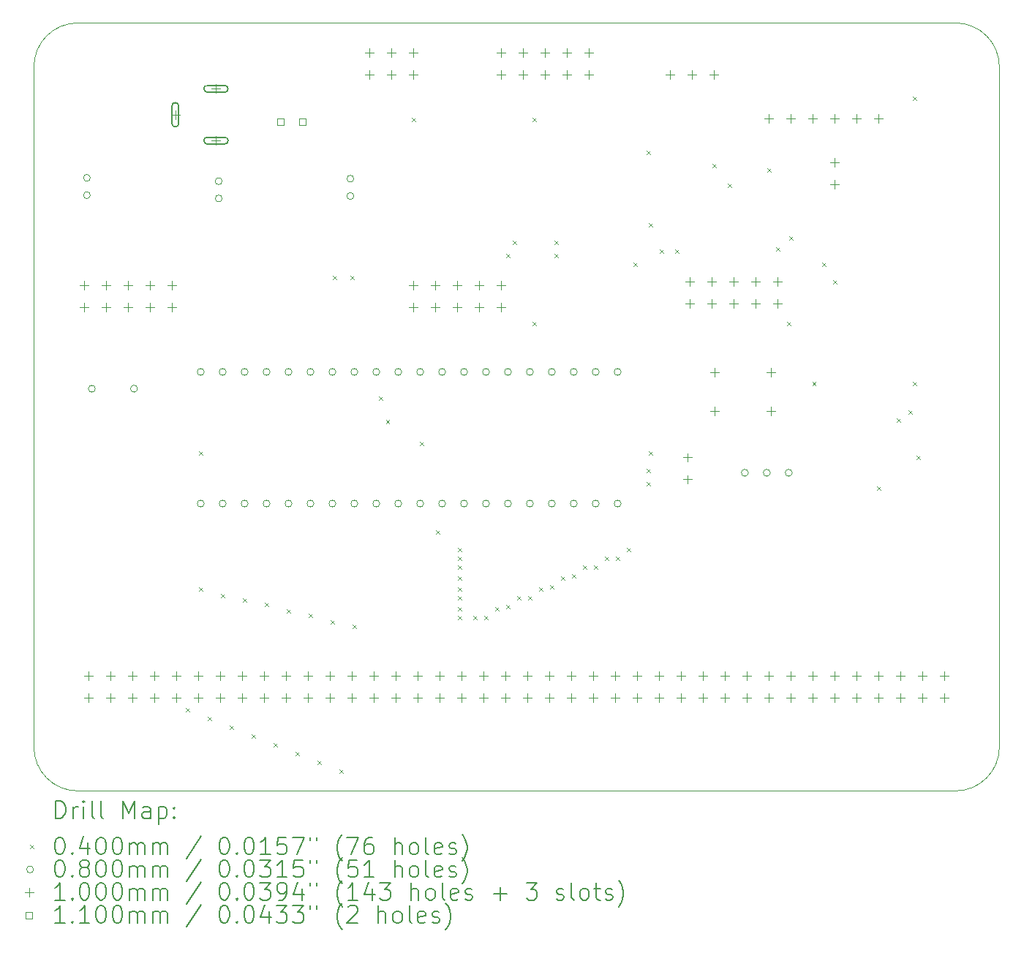
<source format=gbr>
%FSLAX45Y45*%
G04 Gerber Fmt 4.5, Leading zero omitted, Abs format (unit mm)*
G04 Created by KiCad (PCBNEW (6.0.0)) date 2022-08-18 21:59:38*
%MOMM*%
%LPD*%
G01*
G04 APERTURE LIST*
%TA.AperFunction,Profile*%
%ADD10C,0.100000*%
%TD*%
%ADD11C,0.200000*%
%ADD12C,0.040000*%
%ADD13C,0.080000*%
%ADD14C,0.100000*%
%ADD15C,0.110000*%
G04 APERTURE END LIST*
D10*
X16256000Y-4572000D02*
X16256000Y-12446000D01*
X15748000Y-12954000D02*
G75*
G03*
X16256000Y-12446000I0J508000D01*
G01*
X16256000Y-4572000D02*
G75*
G03*
X15748000Y-4064000I-508000J0D01*
G01*
X5080000Y-12446000D02*
G75*
G03*
X5588000Y-12954000I508000J0D01*
G01*
X5588000Y-4064000D02*
X15748000Y-4064000D01*
X5080000Y-12446000D02*
X5080000Y-12420600D01*
X5080000Y-12420600D02*
X5080000Y-4572000D01*
X5588000Y-4064000D02*
G75*
G03*
X5080000Y-4572000I0J-508000D01*
G01*
X15748000Y-12954000D02*
X5588000Y-12954000D01*
D11*
D12*
X6836451Y-11995749D02*
X6876451Y-12035749D01*
X6876451Y-11995749D02*
X6836451Y-12035749D01*
X6990400Y-10597200D02*
X7030400Y-10637200D01*
X7030400Y-10597200D02*
X6990400Y-10637200D01*
X6990900Y-9022900D02*
X7030900Y-9062900D01*
X7030900Y-9022900D02*
X6990900Y-9062900D01*
X7092000Y-12095800D02*
X7132000Y-12135800D01*
X7132000Y-12095800D02*
X7092000Y-12135800D01*
X7244400Y-10673400D02*
X7284400Y-10713400D01*
X7284400Y-10673400D02*
X7244400Y-10713400D01*
X7346000Y-12197400D02*
X7386000Y-12237400D01*
X7386000Y-12197400D02*
X7346000Y-12237400D01*
X7498400Y-10724200D02*
X7538400Y-10764200D01*
X7538400Y-10724200D02*
X7498400Y-10764200D01*
X7600000Y-12299000D02*
X7640000Y-12339000D01*
X7640000Y-12299000D02*
X7600000Y-12339000D01*
X7752400Y-10775000D02*
X7792400Y-10815000D01*
X7792400Y-10775000D02*
X7752400Y-10815000D01*
X7854000Y-12400600D02*
X7894000Y-12440600D01*
X7894000Y-12400600D02*
X7854000Y-12440600D01*
X8006400Y-10851200D02*
X8046400Y-10891200D01*
X8046400Y-10851200D02*
X8006400Y-10891200D01*
X8108000Y-12502200D02*
X8148000Y-12542200D01*
X8148000Y-12502200D02*
X8108000Y-12542200D01*
X8260400Y-10902000D02*
X8300400Y-10942000D01*
X8300400Y-10902000D02*
X8260400Y-10942000D01*
X8362000Y-12603800D02*
X8402000Y-12643800D01*
X8402000Y-12603800D02*
X8362000Y-12643800D01*
X8514400Y-10978200D02*
X8554400Y-11018200D01*
X8554400Y-10978200D02*
X8514400Y-11018200D01*
X8539800Y-6990400D02*
X8579800Y-7030400D01*
X8579800Y-6990400D02*
X8539800Y-7030400D01*
X8616000Y-12705400D02*
X8656000Y-12745400D01*
X8656000Y-12705400D02*
X8616000Y-12745400D01*
X8743000Y-6990400D02*
X8783000Y-7030400D01*
X8783000Y-6990400D02*
X8743000Y-7030400D01*
X8768400Y-11029000D02*
X8808400Y-11069000D01*
X8808400Y-11029000D02*
X8768400Y-11069000D01*
X9073200Y-8387400D02*
X9113200Y-8427400D01*
X9113200Y-8387400D02*
X9073200Y-8427400D01*
X9155049Y-8661151D02*
X9195049Y-8701151D01*
X9195049Y-8661151D02*
X9155049Y-8701151D01*
X9453700Y-5161100D02*
X9493700Y-5201100D01*
X9493700Y-5161100D02*
X9453700Y-5201100D01*
X9547449Y-8912449D02*
X9587449Y-8952449D01*
X9587449Y-8912449D02*
X9547449Y-8952449D01*
X9733600Y-9936800D02*
X9773600Y-9976800D01*
X9773600Y-9936800D02*
X9733600Y-9976800D01*
X9987600Y-10140000D02*
X10027600Y-10180000D01*
X10027600Y-10140000D02*
X9987600Y-10180000D01*
X9987600Y-10241600D02*
X10027600Y-10281600D01*
X10027600Y-10241600D02*
X9987600Y-10281600D01*
X9987600Y-10343200D02*
X10027600Y-10383200D01*
X10027600Y-10343200D02*
X9987600Y-10383200D01*
X9987600Y-10470200D02*
X10027600Y-10510200D01*
X10027600Y-10470200D02*
X9987600Y-10510200D01*
X9987600Y-10597200D02*
X10027600Y-10637200D01*
X10027600Y-10597200D02*
X9987600Y-10637200D01*
X9987600Y-10698800D02*
X10027600Y-10738800D01*
X10027600Y-10698800D02*
X9987600Y-10738800D01*
X9987600Y-10825800D02*
X10027600Y-10865800D01*
X10027600Y-10825800D02*
X9987600Y-10865800D01*
X9987600Y-10927400D02*
X10027600Y-10967400D01*
X10027600Y-10927400D02*
X9987600Y-10967400D01*
X10165400Y-10927400D02*
X10205400Y-10967400D01*
X10205400Y-10927400D02*
X10165400Y-10967400D01*
X10292900Y-10926900D02*
X10332900Y-10966900D01*
X10332900Y-10926900D02*
X10292900Y-10966900D01*
X10419400Y-10825800D02*
X10459400Y-10865800D01*
X10459400Y-10825800D02*
X10419400Y-10865800D01*
X10546400Y-6736400D02*
X10586400Y-6776400D01*
X10586400Y-6736400D02*
X10546400Y-6776400D01*
X10546900Y-10799900D02*
X10586900Y-10839900D01*
X10586900Y-10799900D02*
X10546900Y-10839900D01*
X10622600Y-6584000D02*
X10662600Y-6624000D01*
X10662600Y-6584000D02*
X10622600Y-6624000D01*
X10673400Y-10698800D02*
X10713400Y-10738800D01*
X10713400Y-10698800D02*
X10673400Y-10738800D01*
X10800900Y-10698300D02*
X10840900Y-10738300D01*
X10840900Y-10698300D02*
X10800900Y-10738300D01*
X10851200Y-7523800D02*
X10891200Y-7563800D01*
X10891200Y-7523800D02*
X10851200Y-7563800D01*
X10852749Y-5160051D02*
X10892749Y-5200051D01*
X10892749Y-5160051D02*
X10852749Y-5200051D01*
X10927400Y-10597200D02*
X10967400Y-10637200D01*
X10967400Y-10597200D02*
X10927400Y-10637200D01*
X11054900Y-10571300D02*
X11094900Y-10611300D01*
X11094900Y-10571300D02*
X11054900Y-10611300D01*
X11105200Y-6584000D02*
X11145200Y-6624000D01*
X11145200Y-6584000D02*
X11105200Y-6624000D01*
X11105200Y-6736400D02*
X11145200Y-6776400D01*
X11145200Y-6736400D02*
X11105200Y-6776400D01*
X11181400Y-10470200D02*
X11221400Y-10510200D01*
X11221400Y-10470200D02*
X11181400Y-10510200D01*
X11308900Y-10444300D02*
X11348900Y-10484300D01*
X11348900Y-10444300D02*
X11308900Y-10484300D01*
X11435400Y-10343200D02*
X11475400Y-10383200D01*
X11475400Y-10343200D02*
X11435400Y-10383200D01*
X11562900Y-10342700D02*
X11602900Y-10382700D01*
X11602900Y-10342700D02*
X11562900Y-10382700D01*
X11689400Y-10241600D02*
X11729400Y-10281600D01*
X11729400Y-10241600D02*
X11689400Y-10281600D01*
X11816900Y-10241100D02*
X11856900Y-10281100D01*
X11856900Y-10241100D02*
X11816900Y-10281100D01*
X11943400Y-10140000D02*
X11983400Y-10180000D01*
X11983400Y-10140000D02*
X11943400Y-10180000D01*
X12019600Y-6838000D02*
X12059600Y-6878000D01*
X12059600Y-6838000D02*
X12019600Y-6878000D01*
X12172000Y-5542600D02*
X12212000Y-5582600D01*
X12212000Y-5542600D02*
X12172000Y-5582600D01*
X12172000Y-9225600D02*
X12212000Y-9265600D01*
X12212000Y-9225600D02*
X12172000Y-9265600D01*
X12172000Y-9378000D02*
X12212000Y-9418000D01*
X12212000Y-9378000D02*
X12172000Y-9418000D01*
X12197400Y-6380800D02*
X12237400Y-6420800D01*
X12237400Y-6380800D02*
X12197400Y-6420800D01*
X12197400Y-9022400D02*
X12237400Y-9062400D01*
X12237400Y-9022400D02*
X12197400Y-9062400D01*
X12324400Y-6685600D02*
X12364400Y-6725600D01*
X12364400Y-6685600D02*
X12324400Y-6725600D01*
X12502200Y-6685600D02*
X12542200Y-6725600D01*
X12542200Y-6685600D02*
X12502200Y-6725600D01*
X12934000Y-5695000D02*
X12974000Y-5735000D01*
X12974000Y-5695000D02*
X12934000Y-5735000D01*
X13111800Y-5923600D02*
X13151800Y-5963600D01*
X13151800Y-5923600D02*
X13111800Y-5963600D01*
X13569000Y-5745800D02*
X13609000Y-5785800D01*
X13609000Y-5745800D02*
X13569000Y-5785800D01*
X13670600Y-6660200D02*
X13710600Y-6700200D01*
X13710600Y-6660200D02*
X13670600Y-6700200D01*
X13797600Y-7523800D02*
X13837600Y-7563800D01*
X13837600Y-7523800D02*
X13797600Y-7563800D01*
X13823000Y-6533200D02*
X13863000Y-6573200D01*
X13863000Y-6533200D02*
X13823000Y-6573200D01*
X14091596Y-8220404D02*
X14131596Y-8260404D01*
X14131596Y-8220404D02*
X14091596Y-8260404D01*
X14204000Y-6838000D02*
X14244000Y-6878000D01*
X14244000Y-6838000D02*
X14204000Y-6878000D01*
X14331500Y-7041700D02*
X14371500Y-7081700D01*
X14371500Y-7041700D02*
X14331500Y-7081700D01*
X14839500Y-9429300D02*
X14879500Y-9469300D01*
X14879500Y-9429300D02*
X14839500Y-9469300D01*
X15067600Y-8641400D02*
X15107600Y-8681400D01*
X15107600Y-8641400D02*
X15067600Y-8681400D01*
X15206248Y-8551448D02*
X15246248Y-8591448D01*
X15246248Y-8551448D02*
X15206248Y-8591448D01*
X15256703Y-4918903D02*
X15296703Y-4958903D01*
X15296703Y-4918903D02*
X15256703Y-4958903D01*
X15256703Y-8220903D02*
X15296703Y-8260903D01*
X15296703Y-8220903D02*
X15256703Y-8260903D01*
X15296200Y-9073200D02*
X15336200Y-9113200D01*
X15336200Y-9073200D02*
X15296200Y-9113200D01*
D13*
X5733550Y-5857200D02*
G75*
G03*
X5733550Y-5857200I-40000J0D01*
G01*
X5733550Y-6057200D02*
G75*
G03*
X5733550Y-6057200I-40000J0D01*
G01*
X5790700Y-8297950D02*
G75*
G03*
X5790700Y-8297950I-40000J0D01*
G01*
X6278700Y-8297950D02*
G75*
G03*
X6278700Y-8297950I-40000J0D01*
G01*
X7050900Y-8103100D02*
G75*
G03*
X7050900Y-8103100I-40000J0D01*
G01*
X7050900Y-9627100D02*
G75*
G03*
X7050900Y-9627100I-40000J0D01*
G01*
X7258950Y-5896000D02*
G75*
G03*
X7258950Y-5896000I-40000J0D01*
G01*
X7258950Y-6096000D02*
G75*
G03*
X7258950Y-6096000I-40000J0D01*
G01*
X7304900Y-8103100D02*
G75*
G03*
X7304900Y-8103100I-40000J0D01*
G01*
X7304900Y-9627100D02*
G75*
G03*
X7304900Y-9627100I-40000J0D01*
G01*
X7558900Y-8103100D02*
G75*
G03*
X7558900Y-8103100I-40000J0D01*
G01*
X7558900Y-9627100D02*
G75*
G03*
X7558900Y-9627100I-40000J0D01*
G01*
X7812900Y-8103100D02*
G75*
G03*
X7812900Y-8103100I-40000J0D01*
G01*
X7812900Y-9627100D02*
G75*
G03*
X7812900Y-9627100I-40000J0D01*
G01*
X8066900Y-8103100D02*
G75*
G03*
X8066900Y-8103100I-40000J0D01*
G01*
X8066900Y-9627100D02*
G75*
G03*
X8066900Y-9627100I-40000J0D01*
G01*
X8320900Y-8103100D02*
G75*
G03*
X8320900Y-8103100I-40000J0D01*
G01*
X8320900Y-9627100D02*
G75*
G03*
X8320900Y-9627100I-40000J0D01*
G01*
X8574900Y-8103100D02*
G75*
G03*
X8574900Y-8103100I-40000J0D01*
G01*
X8574900Y-9627100D02*
G75*
G03*
X8574900Y-9627100I-40000J0D01*
G01*
X8782950Y-5867400D02*
G75*
G03*
X8782950Y-5867400I-40000J0D01*
G01*
X8782950Y-6067400D02*
G75*
G03*
X8782950Y-6067400I-40000J0D01*
G01*
X8828900Y-8103100D02*
G75*
G03*
X8828900Y-8103100I-40000J0D01*
G01*
X8828900Y-9627100D02*
G75*
G03*
X8828900Y-9627100I-40000J0D01*
G01*
X9082900Y-8103100D02*
G75*
G03*
X9082900Y-8103100I-40000J0D01*
G01*
X9082900Y-9627100D02*
G75*
G03*
X9082900Y-9627100I-40000J0D01*
G01*
X9336900Y-8103100D02*
G75*
G03*
X9336900Y-8103100I-40000J0D01*
G01*
X9336900Y-9627100D02*
G75*
G03*
X9336900Y-9627100I-40000J0D01*
G01*
X9590900Y-8103100D02*
G75*
G03*
X9590900Y-8103100I-40000J0D01*
G01*
X9590900Y-9627100D02*
G75*
G03*
X9590900Y-9627100I-40000J0D01*
G01*
X9844900Y-8103100D02*
G75*
G03*
X9844900Y-8103100I-40000J0D01*
G01*
X9844900Y-9627100D02*
G75*
G03*
X9844900Y-9627100I-40000J0D01*
G01*
X10098900Y-8103100D02*
G75*
G03*
X10098900Y-8103100I-40000J0D01*
G01*
X10098900Y-9627100D02*
G75*
G03*
X10098900Y-9627100I-40000J0D01*
G01*
X10352900Y-8103100D02*
G75*
G03*
X10352900Y-8103100I-40000J0D01*
G01*
X10352900Y-9627100D02*
G75*
G03*
X10352900Y-9627100I-40000J0D01*
G01*
X10606900Y-8103100D02*
G75*
G03*
X10606900Y-8103100I-40000J0D01*
G01*
X10606900Y-9627100D02*
G75*
G03*
X10606900Y-9627100I-40000J0D01*
G01*
X10860900Y-8103100D02*
G75*
G03*
X10860900Y-8103100I-40000J0D01*
G01*
X10860900Y-9627100D02*
G75*
G03*
X10860900Y-9627100I-40000J0D01*
G01*
X11114900Y-8103100D02*
G75*
G03*
X11114900Y-8103100I-40000J0D01*
G01*
X11114900Y-9627100D02*
G75*
G03*
X11114900Y-9627100I-40000J0D01*
G01*
X11368900Y-8103100D02*
G75*
G03*
X11368900Y-8103100I-40000J0D01*
G01*
X11368900Y-9627100D02*
G75*
G03*
X11368900Y-9627100I-40000J0D01*
G01*
X11622900Y-8103100D02*
G75*
G03*
X11622900Y-8103100I-40000J0D01*
G01*
X11622900Y-9627100D02*
G75*
G03*
X11622900Y-9627100I-40000J0D01*
G01*
X11876900Y-8103100D02*
G75*
G03*
X11876900Y-8103100I-40000J0D01*
G01*
X11876900Y-9627100D02*
G75*
G03*
X11876900Y-9627100I-40000J0D01*
G01*
X13349600Y-9271000D02*
G75*
G03*
X13349600Y-9271000I-40000J0D01*
G01*
X13603600Y-9271000D02*
G75*
G03*
X13603600Y-9271000I-40000J0D01*
G01*
X13857600Y-9271000D02*
G75*
G03*
X13857600Y-9271000I-40000J0D01*
G01*
D14*
X5662700Y-7306400D02*
X5662700Y-7406400D01*
X5612700Y-7356400D02*
X5712700Y-7356400D01*
X5663200Y-7052400D02*
X5663200Y-7152400D01*
X5613200Y-7102400D02*
X5713200Y-7102400D01*
X5715500Y-11573600D02*
X5715500Y-11673600D01*
X5665500Y-11623600D02*
X5765500Y-11623600D01*
X5715500Y-11827600D02*
X5715500Y-11927600D01*
X5665500Y-11877600D02*
X5765500Y-11877600D01*
X5916700Y-7306400D02*
X5916700Y-7406400D01*
X5866700Y-7356400D02*
X5966700Y-7356400D01*
X5917200Y-7052400D02*
X5917200Y-7152400D01*
X5867200Y-7102400D02*
X5967200Y-7102400D01*
X5969500Y-11573600D02*
X5969500Y-11673600D01*
X5919500Y-11623600D02*
X6019500Y-11623600D01*
X5969500Y-11827600D02*
X5969500Y-11927600D01*
X5919500Y-11877600D02*
X6019500Y-11877600D01*
X6170700Y-7306400D02*
X6170700Y-7406400D01*
X6120700Y-7356400D02*
X6220700Y-7356400D01*
X6171200Y-7052400D02*
X6171200Y-7152400D01*
X6121200Y-7102400D02*
X6221200Y-7102400D01*
X6223500Y-11573600D02*
X6223500Y-11673600D01*
X6173500Y-11623600D02*
X6273500Y-11623600D01*
X6223500Y-11827600D02*
X6223500Y-11927600D01*
X6173500Y-11877600D02*
X6273500Y-11877600D01*
X6424700Y-7306400D02*
X6424700Y-7406400D01*
X6374700Y-7356400D02*
X6474700Y-7356400D01*
X6425200Y-7052400D02*
X6425200Y-7152400D01*
X6375200Y-7102400D02*
X6475200Y-7102400D01*
X6477500Y-11573600D02*
X6477500Y-11673600D01*
X6427500Y-11623600D02*
X6527500Y-11623600D01*
X6477500Y-11827600D02*
X6477500Y-11927600D01*
X6427500Y-11877600D02*
X6527500Y-11877600D01*
X6678700Y-7306400D02*
X6678700Y-7406400D01*
X6628700Y-7356400D02*
X6728700Y-7356400D01*
X6679200Y-7052400D02*
X6679200Y-7152400D01*
X6629200Y-7102400D02*
X6729200Y-7102400D01*
X6717700Y-5076000D02*
X6717700Y-5176000D01*
X6667700Y-5126000D02*
X6767700Y-5126000D01*
D11*
X6677700Y-5026000D02*
X6677700Y-5226000D01*
X6757700Y-5026000D02*
X6757700Y-5226000D01*
X6677700Y-5226000D02*
G75*
G03*
X6757700Y-5226000I40000J0D01*
G01*
X6757700Y-5026000D02*
G75*
G03*
X6677700Y-5026000I-40000J0D01*
G01*
D14*
X6731500Y-11573600D02*
X6731500Y-11673600D01*
X6681500Y-11623600D02*
X6781500Y-11623600D01*
X6731500Y-11827600D02*
X6731500Y-11927600D01*
X6681500Y-11877600D02*
X6781500Y-11877600D01*
X6985500Y-11573600D02*
X6985500Y-11673600D01*
X6935500Y-11623600D02*
X7035500Y-11623600D01*
X6985500Y-11827600D02*
X6985500Y-11927600D01*
X6935500Y-11877600D02*
X7035500Y-11877600D01*
X7187700Y-4776000D02*
X7187700Y-4876000D01*
X7137700Y-4826000D02*
X7237700Y-4826000D01*
D11*
X7287700Y-4786000D02*
X7087700Y-4786000D01*
X7287700Y-4866000D02*
X7087700Y-4866000D01*
X7087700Y-4786000D02*
G75*
G03*
X7087700Y-4866000I0J-40000D01*
G01*
X7287700Y-4866000D02*
G75*
G03*
X7287700Y-4786000I0J40000D01*
G01*
D14*
X7187700Y-5376000D02*
X7187700Y-5476000D01*
X7137700Y-5426000D02*
X7237700Y-5426000D01*
D11*
X7287700Y-5386000D02*
X7087700Y-5386000D01*
X7287700Y-5466000D02*
X7087700Y-5466000D01*
X7087700Y-5386000D02*
G75*
G03*
X7087700Y-5466000I0J-40000D01*
G01*
X7287700Y-5466000D02*
G75*
G03*
X7287700Y-5386000I0J40000D01*
G01*
D14*
X7239500Y-11573600D02*
X7239500Y-11673600D01*
X7189500Y-11623600D02*
X7289500Y-11623600D01*
X7239500Y-11827600D02*
X7239500Y-11927600D01*
X7189500Y-11877600D02*
X7289500Y-11877600D01*
X7493500Y-11573600D02*
X7493500Y-11673600D01*
X7443500Y-11623600D02*
X7543500Y-11623600D01*
X7493500Y-11827600D02*
X7493500Y-11927600D01*
X7443500Y-11877600D02*
X7543500Y-11877600D01*
X7747500Y-11573600D02*
X7747500Y-11673600D01*
X7697500Y-11623600D02*
X7797500Y-11623600D01*
X7747500Y-11827600D02*
X7747500Y-11927600D01*
X7697500Y-11877600D02*
X7797500Y-11877600D01*
X8001500Y-11573600D02*
X8001500Y-11673600D01*
X7951500Y-11623600D02*
X8051500Y-11623600D01*
X8001500Y-11827600D02*
X8001500Y-11927600D01*
X7951500Y-11877600D02*
X8051500Y-11877600D01*
X8255500Y-11573600D02*
X8255500Y-11673600D01*
X8205500Y-11623600D02*
X8305500Y-11623600D01*
X8255500Y-11827600D02*
X8255500Y-11927600D01*
X8205500Y-11877600D02*
X8305500Y-11877600D01*
X8509500Y-11573600D02*
X8509500Y-11673600D01*
X8459500Y-11623600D02*
X8559500Y-11623600D01*
X8509500Y-11827600D02*
X8509500Y-11927600D01*
X8459500Y-11877600D02*
X8559500Y-11877600D01*
X8763500Y-11573600D02*
X8763500Y-11673600D01*
X8713500Y-11623600D02*
X8813500Y-11623600D01*
X8763500Y-11827600D02*
X8763500Y-11927600D01*
X8713500Y-11877600D02*
X8813500Y-11877600D01*
X8965700Y-4360000D02*
X8965700Y-4460000D01*
X8915700Y-4410000D02*
X9015700Y-4410000D01*
X8965700Y-4614000D02*
X8965700Y-4714000D01*
X8915700Y-4664000D02*
X9015700Y-4664000D01*
X9017500Y-11573600D02*
X9017500Y-11673600D01*
X8967500Y-11623600D02*
X9067500Y-11623600D01*
X9017500Y-11827600D02*
X9017500Y-11927600D01*
X8967500Y-11877600D02*
X9067500Y-11877600D01*
X9219700Y-4360000D02*
X9219700Y-4460000D01*
X9169700Y-4410000D02*
X9269700Y-4410000D01*
X9219700Y-4614000D02*
X9219700Y-4714000D01*
X9169700Y-4664000D02*
X9269700Y-4664000D01*
X9271500Y-11573600D02*
X9271500Y-11673600D01*
X9221500Y-11623600D02*
X9321500Y-11623600D01*
X9271500Y-11827600D02*
X9271500Y-11927600D01*
X9221500Y-11877600D02*
X9321500Y-11877600D01*
X9473700Y-4360000D02*
X9473700Y-4460000D01*
X9423700Y-4410000D02*
X9523700Y-4410000D01*
X9473700Y-4614000D02*
X9473700Y-4714000D01*
X9423700Y-4664000D02*
X9523700Y-4664000D01*
X9474200Y-7052400D02*
X9474200Y-7152400D01*
X9424200Y-7102400D02*
X9524200Y-7102400D01*
X9474200Y-7306400D02*
X9474200Y-7406400D01*
X9424200Y-7356400D02*
X9524200Y-7356400D01*
X9525500Y-11573600D02*
X9525500Y-11673600D01*
X9475500Y-11623600D02*
X9575500Y-11623600D01*
X9525500Y-11827600D02*
X9525500Y-11927600D01*
X9475500Y-11877600D02*
X9575500Y-11877600D01*
X9728200Y-7052400D02*
X9728200Y-7152400D01*
X9678200Y-7102400D02*
X9778200Y-7102400D01*
X9728200Y-7306400D02*
X9728200Y-7406400D01*
X9678200Y-7356400D02*
X9778200Y-7356400D01*
X9779500Y-11573600D02*
X9779500Y-11673600D01*
X9729500Y-11623600D02*
X9829500Y-11623600D01*
X9779500Y-11827600D02*
X9779500Y-11927600D01*
X9729500Y-11877600D02*
X9829500Y-11877600D01*
X9982200Y-7052400D02*
X9982200Y-7152400D01*
X9932200Y-7102400D02*
X10032200Y-7102400D01*
X9982200Y-7306400D02*
X9982200Y-7406400D01*
X9932200Y-7356400D02*
X10032200Y-7356400D01*
X10033500Y-11573600D02*
X10033500Y-11673600D01*
X9983500Y-11623600D02*
X10083500Y-11623600D01*
X10033500Y-11827600D02*
X10033500Y-11927600D01*
X9983500Y-11877600D02*
X10083500Y-11877600D01*
X10236200Y-7052400D02*
X10236200Y-7152400D01*
X10186200Y-7102400D02*
X10286200Y-7102400D01*
X10236200Y-7306400D02*
X10236200Y-7406400D01*
X10186200Y-7356400D02*
X10286200Y-7356400D01*
X10287500Y-11573600D02*
X10287500Y-11673600D01*
X10237500Y-11623600D02*
X10337500Y-11623600D01*
X10287500Y-11827600D02*
X10287500Y-11927600D01*
X10237500Y-11877600D02*
X10337500Y-11877600D01*
X10489700Y-4360000D02*
X10489700Y-4460000D01*
X10439700Y-4410000D02*
X10539700Y-4410000D01*
X10489700Y-4614000D02*
X10489700Y-4714000D01*
X10439700Y-4664000D02*
X10539700Y-4664000D01*
X10490200Y-7052400D02*
X10490200Y-7152400D01*
X10440200Y-7102400D02*
X10540200Y-7102400D01*
X10490200Y-7306400D02*
X10490200Y-7406400D01*
X10440200Y-7356400D02*
X10540200Y-7356400D01*
X10541500Y-11573600D02*
X10541500Y-11673600D01*
X10491500Y-11623600D02*
X10591500Y-11623600D01*
X10541500Y-11827600D02*
X10541500Y-11927600D01*
X10491500Y-11877600D02*
X10591500Y-11877600D01*
X10743700Y-4360000D02*
X10743700Y-4460000D01*
X10693700Y-4410000D02*
X10793700Y-4410000D01*
X10743700Y-4614000D02*
X10743700Y-4714000D01*
X10693700Y-4664000D02*
X10793700Y-4664000D01*
X10795500Y-11573600D02*
X10795500Y-11673600D01*
X10745500Y-11623600D02*
X10845500Y-11623600D01*
X10795500Y-11827600D02*
X10795500Y-11927600D01*
X10745500Y-11877600D02*
X10845500Y-11877600D01*
X10997700Y-4360000D02*
X10997700Y-4460000D01*
X10947700Y-4410000D02*
X11047700Y-4410000D01*
X10997700Y-4614000D02*
X10997700Y-4714000D01*
X10947700Y-4664000D02*
X11047700Y-4664000D01*
X11049500Y-11573600D02*
X11049500Y-11673600D01*
X10999500Y-11623600D02*
X11099500Y-11623600D01*
X11049500Y-11827600D02*
X11049500Y-11927600D01*
X10999500Y-11877600D02*
X11099500Y-11877600D01*
X11251700Y-4360000D02*
X11251700Y-4460000D01*
X11201700Y-4410000D02*
X11301700Y-4410000D01*
X11251700Y-4614000D02*
X11251700Y-4714000D01*
X11201700Y-4664000D02*
X11301700Y-4664000D01*
X11303500Y-11573600D02*
X11303500Y-11673600D01*
X11253500Y-11623600D02*
X11353500Y-11623600D01*
X11303500Y-11827600D02*
X11303500Y-11927600D01*
X11253500Y-11877600D02*
X11353500Y-11877600D01*
X11505700Y-4360000D02*
X11505700Y-4460000D01*
X11455700Y-4410000D02*
X11555700Y-4410000D01*
X11505700Y-4614000D02*
X11505700Y-4714000D01*
X11455700Y-4664000D02*
X11555700Y-4664000D01*
X11557500Y-11573600D02*
X11557500Y-11673600D01*
X11507500Y-11623600D02*
X11607500Y-11623600D01*
X11557500Y-11827600D02*
X11557500Y-11927600D01*
X11507500Y-11877600D02*
X11607500Y-11877600D01*
X11811500Y-11573600D02*
X11811500Y-11673600D01*
X11761500Y-11623600D02*
X11861500Y-11623600D01*
X11811500Y-11827600D02*
X11811500Y-11927600D01*
X11761500Y-11877600D02*
X11861500Y-11877600D01*
X12065500Y-11573600D02*
X12065500Y-11673600D01*
X12015500Y-11623600D02*
X12115500Y-11623600D01*
X12065500Y-11827600D02*
X12065500Y-11927600D01*
X12015500Y-11877600D02*
X12115500Y-11877600D01*
X12319500Y-11573600D02*
X12319500Y-11673600D01*
X12269500Y-11623600D02*
X12369500Y-11623600D01*
X12319500Y-11827600D02*
X12319500Y-11927600D01*
X12269500Y-11877600D02*
X12369500Y-11877600D01*
X12446000Y-4614000D02*
X12446000Y-4714000D01*
X12396000Y-4664000D02*
X12496000Y-4664000D01*
X12573500Y-11573600D02*
X12573500Y-11673600D01*
X12523500Y-11623600D02*
X12623500Y-11623600D01*
X12573500Y-11827600D02*
X12573500Y-11927600D01*
X12523500Y-11877600D02*
X12623500Y-11877600D01*
X12649200Y-9043700D02*
X12649200Y-9143700D01*
X12599200Y-9093700D02*
X12699200Y-9093700D01*
X12649200Y-9297700D02*
X12649200Y-9397700D01*
X12599200Y-9347700D02*
X12699200Y-9347700D01*
X12674100Y-7265450D02*
X12674100Y-7365450D01*
X12624100Y-7315450D02*
X12724100Y-7315450D01*
X12674600Y-7011450D02*
X12674600Y-7111450D01*
X12624600Y-7061450D02*
X12724600Y-7061450D01*
X12700000Y-4614000D02*
X12700000Y-4714000D01*
X12650000Y-4664000D02*
X12750000Y-4664000D01*
X12827500Y-11573600D02*
X12827500Y-11673600D01*
X12777500Y-11623600D02*
X12877500Y-11623600D01*
X12827500Y-11827600D02*
X12827500Y-11927600D01*
X12777500Y-11877600D02*
X12877500Y-11877600D01*
X12928100Y-7265450D02*
X12928100Y-7365450D01*
X12878100Y-7315450D02*
X12978100Y-7315450D01*
X12928600Y-7011450D02*
X12928600Y-7111450D01*
X12878600Y-7061450D02*
X12978600Y-7061450D01*
X12954000Y-4614000D02*
X12954000Y-4714000D01*
X12904000Y-4664000D02*
X13004000Y-4664000D01*
X12959200Y-8056200D02*
X12959200Y-8156200D01*
X12909200Y-8106200D02*
X13009200Y-8106200D01*
X12959200Y-8506200D02*
X12959200Y-8606200D01*
X12909200Y-8556200D02*
X13009200Y-8556200D01*
X13081500Y-11573600D02*
X13081500Y-11673600D01*
X13031500Y-11623600D02*
X13131500Y-11623600D01*
X13081500Y-11827600D02*
X13081500Y-11927600D01*
X13031500Y-11877600D02*
X13131500Y-11877600D01*
X13182100Y-7265450D02*
X13182100Y-7365450D01*
X13132100Y-7315450D02*
X13232100Y-7315450D01*
X13182600Y-7011450D02*
X13182600Y-7111450D01*
X13132600Y-7061450D02*
X13232600Y-7061450D01*
X13335500Y-11573600D02*
X13335500Y-11673600D01*
X13285500Y-11623600D02*
X13385500Y-11623600D01*
X13335500Y-11827600D02*
X13335500Y-11927600D01*
X13285500Y-11877600D02*
X13385500Y-11877600D01*
X13436100Y-7265450D02*
X13436100Y-7365450D01*
X13386100Y-7315450D02*
X13486100Y-7315450D01*
X13436600Y-7011450D02*
X13436600Y-7111450D01*
X13386600Y-7061450D02*
X13486600Y-7061450D01*
X13589000Y-5122000D02*
X13589000Y-5222000D01*
X13539000Y-5172000D02*
X13639000Y-5172000D01*
X13589500Y-11573600D02*
X13589500Y-11673600D01*
X13539500Y-11623600D02*
X13639500Y-11623600D01*
X13589500Y-11827600D02*
X13589500Y-11927600D01*
X13539500Y-11877600D02*
X13639500Y-11877600D01*
X13609200Y-8056200D02*
X13609200Y-8156200D01*
X13559200Y-8106200D02*
X13659200Y-8106200D01*
X13609200Y-8506200D02*
X13609200Y-8606200D01*
X13559200Y-8556200D02*
X13659200Y-8556200D01*
X13690100Y-7265450D02*
X13690100Y-7365450D01*
X13640100Y-7315450D02*
X13740100Y-7315450D01*
X13690600Y-7011450D02*
X13690600Y-7111450D01*
X13640600Y-7061450D02*
X13740600Y-7061450D01*
X13843000Y-5122000D02*
X13843000Y-5222000D01*
X13793000Y-5172000D02*
X13893000Y-5172000D01*
X13843500Y-11573600D02*
X13843500Y-11673600D01*
X13793500Y-11623600D02*
X13893500Y-11623600D01*
X13843500Y-11827600D02*
X13843500Y-11927600D01*
X13793500Y-11877600D02*
X13893500Y-11877600D01*
X14097000Y-5122000D02*
X14097000Y-5222000D01*
X14047000Y-5172000D02*
X14147000Y-5172000D01*
X14097500Y-11573600D02*
X14097500Y-11673600D01*
X14047500Y-11623600D02*
X14147500Y-11623600D01*
X14097500Y-11827600D02*
X14097500Y-11927600D01*
X14047500Y-11877600D02*
X14147500Y-11877600D01*
X14351000Y-5122000D02*
X14351000Y-5222000D01*
X14301000Y-5172000D02*
X14401000Y-5172000D01*
X14351000Y-5630000D02*
X14351000Y-5730000D01*
X14301000Y-5680000D02*
X14401000Y-5680000D01*
X14351000Y-5884000D02*
X14351000Y-5984000D01*
X14301000Y-5934000D02*
X14401000Y-5934000D01*
X14351500Y-11573600D02*
X14351500Y-11673600D01*
X14301500Y-11623600D02*
X14401500Y-11623600D01*
X14351500Y-11827600D02*
X14351500Y-11927600D01*
X14301500Y-11877600D02*
X14401500Y-11877600D01*
X14605000Y-5122000D02*
X14605000Y-5222000D01*
X14555000Y-5172000D02*
X14655000Y-5172000D01*
X14605500Y-11573600D02*
X14605500Y-11673600D01*
X14555500Y-11623600D02*
X14655500Y-11623600D01*
X14605500Y-11827600D02*
X14605500Y-11927600D01*
X14555500Y-11877600D02*
X14655500Y-11877600D01*
X14859000Y-5122000D02*
X14859000Y-5222000D01*
X14809000Y-5172000D02*
X14909000Y-5172000D01*
X14859500Y-11573600D02*
X14859500Y-11673600D01*
X14809500Y-11623600D02*
X14909500Y-11623600D01*
X14859500Y-11827600D02*
X14859500Y-11927600D01*
X14809500Y-11877600D02*
X14909500Y-11877600D01*
X15113500Y-11573600D02*
X15113500Y-11673600D01*
X15063500Y-11623600D02*
X15163500Y-11623600D01*
X15113500Y-11827600D02*
X15113500Y-11927600D01*
X15063500Y-11877600D02*
X15163500Y-11877600D01*
X15367500Y-11573600D02*
X15367500Y-11673600D01*
X15317500Y-11623600D02*
X15417500Y-11623600D01*
X15367500Y-11827600D02*
X15367500Y-11927600D01*
X15317500Y-11877600D02*
X15417500Y-11877600D01*
X15621500Y-11573600D02*
X15621500Y-11673600D01*
X15571500Y-11623600D02*
X15671500Y-11623600D01*
X15621500Y-11827600D02*
X15621500Y-11927600D01*
X15571500Y-11877600D02*
X15671500Y-11877600D01*
D15*
X7974618Y-5245891D02*
X7974618Y-5168109D01*
X7896835Y-5168109D01*
X7896835Y-5245891D01*
X7974618Y-5245891D01*
X8228618Y-5245891D02*
X8228618Y-5168109D01*
X8150835Y-5168109D01*
X8150835Y-5245891D01*
X8228618Y-5245891D01*
D11*
X5332619Y-13269476D02*
X5332619Y-13069476D01*
X5380238Y-13069476D01*
X5408810Y-13079000D01*
X5427857Y-13098048D01*
X5437381Y-13117095D01*
X5446905Y-13155190D01*
X5446905Y-13183762D01*
X5437381Y-13221857D01*
X5427857Y-13240905D01*
X5408810Y-13259952D01*
X5380238Y-13269476D01*
X5332619Y-13269476D01*
X5532619Y-13269476D02*
X5532619Y-13136143D01*
X5532619Y-13174238D02*
X5542143Y-13155190D01*
X5551667Y-13145667D01*
X5570714Y-13136143D01*
X5589762Y-13136143D01*
X5656428Y-13269476D02*
X5656428Y-13136143D01*
X5656428Y-13069476D02*
X5646905Y-13079000D01*
X5656428Y-13088524D01*
X5665952Y-13079000D01*
X5656428Y-13069476D01*
X5656428Y-13088524D01*
X5780238Y-13269476D02*
X5761190Y-13259952D01*
X5751667Y-13240905D01*
X5751667Y-13069476D01*
X5885000Y-13269476D02*
X5865952Y-13259952D01*
X5856428Y-13240905D01*
X5856428Y-13069476D01*
X6113571Y-13269476D02*
X6113571Y-13069476D01*
X6180238Y-13212333D01*
X6246905Y-13069476D01*
X6246905Y-13269476D01*
X6427857Y-13269476D02*
X6427857Y-13164714D01*
X6418333Y-13145667D01*
X6399286Y-13136143D01*
X6361190Y-13136143D01*
X6342143Y-13145667D01*
X6427857Y-13259952D02*
X6408809Y-13269476D01*
X6361190Y-13269476D01*
X6342143Y-13259952D01*
X6332619Y-13240905D01*
X6332619Y-13221857D01*
X6342143Y-13202809D01*
X6361190Y-13193286D01*
X6408809Y-13193286D01*
X6427857Y-13183762D01*
X6523095Y-13136143D02*
X6523095Y-13336143D01*
X6523095Y-13145667D02*
X6542143Y-13136143D01*
X6580238Y-13136143D01*
X6599286Y-13145667D01*
X6608809Y-13155190D01*
X6618333Y-13174238D01*
X6618333Y-13231381D01*
X6608809Y-13250428D01*
X6599286Y-13259952D01*
X6580238Y-13269476D01*
X6542143Y-13269476D01*
X6523095Y-13259952D01*
X6704048Y-13250428D02*
X6713571Y-13259952D01*
X6704048Y-13269476D01*
X6694524Y-13259952D01*
X6704048Y-13250428D01*
X6704048Y-13269476D01*
X6704048Y-13145667D02*
X6713571Y-13155190D01*
X6704048Y-13164714D01*
X6694524Y-13155190D01*
X6704048Y-13145667D01*
X6704048Y-13164714D01*
D12*
X5035000Y-13579000D02*
X5075000Y-13619000D01*
X5075000Y-13579000D02*
X5035000Y-13619000D01*
D11*
X5370714Y-13489476D02*
X5389762Y-13489476D01*
X5408810Y-13499000D01*
X5418333Y-13508524D01*
X5427857Y-13527571D01*
X5437381Y-13565667D01*
X5437381Y-13613286D01*
X5427857Y-13651381D01*
X5418333Y-13670428D01*
X5408810Y-13679952D01*
X5389762Y-13689476D01*
X5370714Y-13689476D01*
X5351667Y-13679952D01*
X5342143Y-13670428D01*
X5332619Y-13651381D01*
X5323095Y-13613286D01*
X5323095Y-13565667D01*
X5332619Y-13527571D01*
X5342143Y-13508524D01*
X5351667Y-13499000D01*
X5370714Y-13489476D01*
X5523095Y-13670428D02*
X5532619Y-13679952D01*
X5523095Y-13689476D01*
X5513571Y-13679952D01*
X5523095Y-13670428D01*
X5523095Y-13689476D01*
X5704048Y-13556143D02*
X5704048Y-13689476D01*
X5656428Y-13479952D02*
X5608809Y-13622809D01*
X5732619Y-13622809D01*
X5846905Y-13489476D02*
X5865952Y-13489476D01*
X5885000Y-13499000D01*
X5894524Y-13508524D01*
X5904048Y-13527571D01*
X5913571Y-13565667D01*
X5913571Y-13613286D01*
X5904048Y-13651381D01*
X5894524Y-13670428D01*
X5885000Y-13679952D01*
X5865952Y-13689476D01*
X5846905Y-13689476D01*
X5827857Y-13679952D01*
X5818333Y-13670428D01*
X5808809Y-13651381D01*
X5799286Y-13613286D01*
X5799286Y-13565667D01*
X5808809Y-13527571D01*
X5818333Y-13508524D01*
X5827857Y-13499000D01*
X5846905Y-13489476D01*
X6037381Y-13489476D02*
X6056428Y-13489476D01*
X6075476Y-13499000D01*
X6085000Y-13508524D01*
X6094524Y-13527571D01*
X6104048Y-13565667D01*
X6104048Y-13613286D01*
X6094524Y-13651381D01*
X6085000Y-13670428D01*
X6075476Y-13679952D01*
X6056428Y-13689476D01*
X6037381Y-13689476D01*
X6018333Y-13679952D01*
X6008809Y-13670428D01*
X5999286Y-13651381D01*
X5989762Y-13613286D01*
X5989762Y-13565667D01*
X5999286Y-13527571D01*
X6008809Y-13508524D01*
X6018333Y-13499000D01*
X6037381Y-13489476D01*
X6189762Y-13689476D02*
X6189762Y-13556143D01*
X6189762Y-13575190D02*
X6199286Y-13565667D01*
X6218333Y-13556143D01*
X6246905Y-13556143D01*
X6265952Y-13565667D01*
X6275476Y-13584714D01*
X6275476Y-13689476D01*
X6275476Y-13584714D02*
X6285000Y-13565667D01*
X6304048Y-13556143D01*
X6332619Y-13556143D01*
X6351667Y-13565667D01*
X6361190Y-13584714D01*
X6361190Y-13689476D01*
X6456428Y-13689476D02*
X6456428Y-13556143D01*
X6456428Y-13575190D02*
X6465952Y-13565667D01*
X6485000Y-13556143D01*
X6513571Y-13556143D01*
X6532619Y-13565667D01*
X6542143Y-13584714D01*
X6542143Y-13689476D01*
X6542143Y-13584714D02*
X6551667Y-13565667D01*
X6570714Y-13556143D01*
X6599286Y-13556143D01*
X6618333Y-13565667D01*
X6627857Y-13584714D01*
X6627857Y-13689476D01*
X7018333Y-13479952D02*
X6846905Y-13737095D01*
X7275476Y-13489476D02*
X7294524Y-13489476D01*
X7313571Y-13499000D01*
X7323095Y-13508524D01*
X7332619Y-13527571D01*
X7342143Y-13565667D01*
X7342143Y-13613286D01*
X7332619Y-13651381D01*
X7323095Y-13670428D01*
X7313571Y-13679952D01*
X7294524Y-13689476D01*
X7275476Y-13689476D01*
X7256428Y-13679952D01*
X7246905Y-13670428D01*
X7237381Y-13651381D01*
X7227857Y-13613286D01*
X7227857Y-13565667D01*
X7237381Y-13527571D01*
X7246905Y-13508524D01*
X7256428Y-13499000D01*
X7275476Y-13489476D01*
X7427857Y-13670428D02*
X7437381Y-13679952D01*
X7427857Y-13689476D01*
X7418333Y-13679952D01*
X7427857Y-13670428D01*
X7427857Y-13689476D01*
X7561190Y-13489476D02*
X7580238Y-13489476D01*
X7599286Y-13499000D01*
X7608809Y-13508524D01*
X7618333Y-13527571D01*
X7627857Y-13565667D01*
X7627857Y-13613286D01*
X7618333Y-13651381D01*
X7608809Y-13670428D01*
X7599286Y-13679952D01*
X7580238Y-13689476D01*
X7561190Y-13689476D01*
X7542143Y-13679952D01*
X7532619Y-13670428D01*
X7523095Y-13651381D01*
X7513571Y-13613286D01*
X7513571Y-13565667D01*
X7523095Y-13527571D01*
X7532619Y-13508524D01*
X7542143Y-13499000D01*
X7561190Y-13489476D01*
X7818333Y-13689476D02*
X7704048Y-13689476D01*
X7761190Y-13689476D02*
X7761190Y-13489476D01*
X7742143Y-13518048D01*
X7723095Y-13537095D01*
X7704048Y-13546619D01*
X7999286Y-13489476D02*
X7904048Y-13489476D01*
X7894524Y-13584714D01*
X7904048Y-13575190D01*
X7923095Y-13565667D01*
X7970714Y-13565667D01*
X7989762Y-13575190D01*
X7999286Y-13584714D01*
X8008809Y-13603762D01*
X8008809Y-13651381D01*
X7999286Y-13670428D01*
X7989762Y-13679952D01*
X7970714Y-13689476D01*
X7923095Y-13689476D01*
X7904048Y-13679952D01*
X7894524Y-13670428D01*
X8075476Y-13489476D02*
X8208809Y-13489476D01*
X8123095Y-13689476D01*
X8275476Y-13489476D02*
X8275476Y-13527571D01*
X8351667Y-13489476D02*
X8351667Y-13527571D01*
X8646905Y-13765667D02*
X8637381Y-13756143D01*
X8618333Y-13727571D01*
X8608810Y-13708524D01*
X8599286Y-13679952D01*
X8589762Y-13632333D01*
X8589762Y-13594238D01*
X8599286Y-13546619D01*
X8608810Y-13518048D01*
X8618333Y-13499000D01*
X8637381Y-13470428D01*
X8646905Y-13460905D01*
X8704048Y-13489476D02*
X8837381Y-13489476D01*
X8751667Y-13689476D01*
X8999286Y-13489476D02*
X8961190Y-13489476D01*
X8942143Y-13499000D01*
X8932619Y-13508524D01*
X8913571Y-13537095D01*
X8904048Y-13575190D01*
X8904048Y-13651381D01*
X8913571Y-13670428D01*
X8923095Y-13679952D01*
X8942143Y-13689476D01*
X8980238Y-13689476D01*
X8999286Y-13679952D01*
X9008810Y-13670428D01*
X9018333Y-13651381D01*
X9018333Y-13603762D01*
X9008810Y-13584714D01*
X8999286Y-13575190D01*
X8980238Y-13565667D01*
X8942143Y-13565667D01*
X8923095Y-13575190D01*
X8913571Y-13584714D01*
X8904048Y-13603762D01*
X9256429Y-13689476D02*
X9256429Y-13489476D01*
X9342143Y-13689476D02*
X9342143Y-13584714D01*
X9332619Y-13565667D01*
X9313571Y-13556143D01*
X9285000Y-13556143D01*
X9265952Y-13565667D01*
X9256429Y-13575190D01*
X9465952Y-13689476D02*
X9446905Y-13679952D01*
X9437381Y-13670428D01*
X9427857Y-13651381D01*
X9427857Y-13594238D01*
X9437381Y-13575190D01*
X9446905Y-13565667D01*
X9465952Y-13556143D01*
X9494524Y-13556143D01*
X9513571Y-13565667D01*
X9523095Y-13575190D01*
X9532619Y-13594238D01*
X9532619Y-13651381D01*
X9523095Y-13670428D01*
X9513571Y-13679952D01*
X9494524Y-13689476D01*
X9465952Y-13689476D01*
X9646905Y-13689476D02*
X9627857Y-13679952D01*
X9618333Y-13660905D01*
X9618333Y-13489476D01*
X9799286Y-13679952D02*
X9780238Y-13689476D01*
X9742143Y-13689476D01*
X9723095Y-13679952D01*
X9713571Y-13660905D01*
X9713571Y-13584714D01*
X9723095Y-13565667D01*
X9742143Y-13556143D01*
X9780238Y-13556143D01*
X9799286Y-13565667D01*
X9808810Y-13584714D01*
X9808810Y-13603762D01*
X9713571Y-13622809D01*
X9885000Y-13679952D02*
X9904048Y-13689476D01*
X9942143Y-13689476D01*
X9961190Y-13679952D01*
X9970714Y-13660905D01*
X9970714Y-13651381D01*
X9961190Y-13632333D01*
X9942143Y-13622809D01*
X9913571Y-13622809D01*
X9894524Y-13613286D01*
X9885000Y-13594238D01*
X9885000Y-13584714D01*
X9894524Y-13565667D01*
X9913571Y-13556143D01*
X9942143Y-13556143D01*
X9961190Y-13565667D01*
X10037381Y-13765667D02*
X10046905Y-13756143D01*
X10065952Y-13727571D01*
X10075476Y-13708524D01*
X10085000Y-13679952D01*
X10094524Y-13632333D01*
X10094524Y-13594238D01*
X10085000Y-13546619D01*
X10075476Y-13518048D01*
X10065952Y-13499000D01*
X10046905Y-13470428D01*
X10037381Y-13460905D01*
D13*
X5075000Y-13863000D02*
G75*
G03*
X5075000Y-13863000I-40000J0D01*
G01*
D11*
X5370714Y-13753476D02*
X5389762Y-13753476D01*
X5408810Y-13763000D01*
X5418333Y-13772524D01*
X5427857Y-13791571D01*
X5437381Y-13829667D01*
X5437381Y-13877286D01*
X5427857Y-13915381D01*
X5418333Y-13934428D01*
X5408810Y-13943952D01*
X5389762Y-13953476D01*
X5370714Y-13953476D01*
X5351667Y-13943952D01*
X5342143Y-13934428D01*
X5332619Y-13915381D01*
X5323095Y-13877286D01*
X5323095Y-13829667D01*
X5332619Y-13791571D01*
X5342143Y-13772524D01*
X5351667Y-13763000D01*
X5370714Y-13753476D01*
X5523095Y-13934428D02*
X5532619Y-13943952D01*
X5523095Y-13953476D01*
X5513571Y-13943952D01*
X5523095Y-13934428D01*
X5523095Y-13953476D01*
X5646905Y-13839190D02*
X5627857Y-13829667D01*
X5618333Y-13820143D01*
X5608809Y-13801095D01*
X5608809Y-13791571D01*
X5618333Y-13772524D01*
X5627857Y-13763000D01*
X5646905Y-13753476D01*
X5685000Y-13753476D01*
X5704048Y-13763000D01*
X5713571Y-13772524D01*
X5723095Y-13791571D01*
X5723095Y-13801095D01*
X5713571Y-13820143D01*
X5704048Y-13829667D01*
X5685000Y-13839190D01*
X5646905Y-13839190D01*
X5627857Y-13848714D01*
X5618333Y-13858238D01*
X5608809Y-13877286D01*
X5608809Y-13915381D01*
X5618333Y-13934428D01*
X5627857Y-13943952D01*
X5646905Y-13953476D01*
X5685000Y-13953476D01*
X5704048Y-13943952D01*
X5713571Y-13934428D01*
X5723095Y-13915381D01*
X5723095Y-13877286D01*
X5713571Y-13858238D01*
X5704048Y-13848714D01*
X5685000Y-13839190D01*
X5846905Y-13753476D02*
X5865952Y-13753476D01*
X5885000Y-13763000D01*
X5894524Y-13772524D01*
X5904048Y-13791571D01*
X5913571Y-13829667D01*
X5913571Y-13877286D01*
X5904048Y-13915381D01*
X5894524Y-13934428D01*
X5885000Y-13943952D01*
X5865952Y-13953476D01*
X5846905Y-13953476D01*
X5827857Y-13943952D01*
X5818333Y-13934428D01*
X5808809Y-13915381D01*
X5799286Y-13877286D01*
X5799286Y-13829667D01*
X5808809Y-13791571D01*
X5818333Y-13772524D01*
X5827857Y-13763000D01*
X5846905Y-13753476D01*
X6037381Y-13753476D02*
X6056428Y-13753476D01*
X6075476Y-13763000D01*
X6085000Y-13772524D01*
X6094524Y-13791571D01*
X6104048Y-13829667D01*
X6104048Y-13877286D01*
X6094524Y-13915381D01*
X6085000Y-13934428D01*
X6075476Y-13943952D01*
X6056428Y-13953476D01*
X6037381Y-13953476D01*
X6018333Y-13943952D01*
X6008809Y-13934428D01*
X5999286Y-13915381D01*
X5989762Y-13877286D01*
X5989762Y-13829667D01*
X5999286Y-13791571D01*
X6008809Y-13772524D01*
X6018333Y-13763000D01*
X6037381Y-13753476D01*
X6189762Y-13953476D02*
X6189762Y-13820143D01*
X6189762Y-13839190D02*
X6199286Y-13829667D01*
X6218333Y-13820143D01*
X6246905Y-13820143D01*
X6265952Y-13829667D01*
X6275476Y-13848714D01*
X6275476Y-13953476D01*
X6275476Y-13848714D02*
X6285000Y-13829667D01*
X6304048Y-13820143D01*
X6332619Y-13820143D01*
X6351667Y-13829667D01*
X6361190Y-13848714D01*
X6361190Y-13953476D01*
X6456428Y-13953476D02*
X6456428Y-13820143D01*
X6456428Y-13839190D02*
X6465952Y-13829667D01*
X6485000Y-13820143D01*
X6513571Y-13820143D01*
X6532619Y-13829667D01*
X6542143Y-13848714D01*
X6542143Y-13953476D01*
X6542143Y-13848714D02*
X6551667Y-13829667D01*
X6570714Y-13820143D01*
X6599286Y-13820143D01*
X6618333Y-13829667D01*
X6627857Y-13848714D01*
X6627857Y-13953476D01*
X7018333Y-13743952D02*
X6846905Y-14001095D01*
X7275476Y-13753476D02*
X7294524Y-13753476D01*
X7313571Y-13763000D01*
X7323095Y-13772524D01*
X7332619Y-13791571D01*
X7342143Y-13829667D01*
X7342143Y-13877286D01*
X7332619Y-13915381D01*
X7323095Y-13934428D01*
X7313571Y-13943952D01*
X7294524Y-13953476D01*
X7275476Y-13953476D01*
X7256428Y-13943952D01*
X7246905Y-13934428D01*
X7237381Y-13915381D01*
X7227857Y-13877286D01*
X7227857Y-13829667D01*
X7237381Y-13791571D01*
X7246905Y-13772524D01*
X7256428Y-13763000D01*
X7275476Y-13753476D01*
X7427857Y-13934428D02*
X7437381Y-13943952D01*
X7427857Y-13953476D01*
X7418333Y-13943952D01*
X7427857Y-13934428D01*
X7427857Y-13953476D01*
X7561190Y-13753476D02*
X7580238Y-13753476D01*
X7599286Y-13763000D01*
X7608809Y-13772524D01*
X7618333Y-13791571D01*
X7627857Y-13829667D01*
X7627857Y-13877286D01*
X7618333Y-13915381D01*
X7608809Y-13934428D01*
X7599286Y-13943952D01*
X7580238Y-13953476D01*
X7561190Y-13953476D01*
X7542143Y-13943952D01*
X7532619Y-13934428D01*
X7523095Y-13915381D01*
X7513571Y-13877286D01*
X7513571Y-13829667D01*
X7523095Y-13791571D01*
X7532619Y-13772524D01*
X7542143Y-13763000D01*
X7561190Y-13753476D01*
X7694524Y-13753476D02*
X7818333Y-13753476D01*
X7751667Y-13829667D01*
X7780238Y-13829667D01*
X7799286Y-13839190D01*
X7808809Y-13848714D01*
X7818333Y-13867762D01*
X7818333Y-13915381D01*
X7808809Y-13934428D01*
X7799286Y-13943952D01*
X7780238Y-13953476D01*
X7723095Y-13953476D01*
X7704048Y-13943952D01*
X7694524Y-13934428D01*
X8008809Y-13953476D02*
X7894524Y-13953476D01*
X7951667Y-13953476D02*
X7951667Y-13753476D01*
X7932619Y-13782048D01*
X7913571Y-13801095D01*
X7894524Y-13810619D01*
X8189762Y-13753476D02*
X8094524Y-13753476D01*
X8085000Y-13848714D01*
X8094524Y-13839190D01*
X8113571Y-13829667D01*
X8161190Y-13829667D01*
X8180238Y-13839190D01*
X8189762Y-13848714D01*
X8199286Y-13867762D01*
X8199286Y-13915381D01*
X8189762Y-13934428D01*
X8180238Y-13943952D01*
X8161190Y-13953476D01*
X8113571Y-13953476D01*
X8094524Y-13943952D01*
X8085000Y-13934428D01*
X8275476Y-13753476D02*
X8275476Y-13791571D01*
X8351667Y-13753476D02*
X8351667Y-13791571D01*
X8646905Y-14029667D02*
X8637381Y-14020143D01*
X8618333Y-13991571D01*
X8608810Y-13972524D01*
X8599286Y-13943952D01*
X8589762Y-13896333D01*
X8589762Y-13858238D01*
X8599286Y-13810619D01*
X8608810Y-13782048D01*
X8618333Y-13763000D01*
X8637381Y-13734428D01*
X8646905Y-13724905D01*
X8818333Y-13753476D02*
X8723095Y-13753476D01*
X8713571Y-13848714D01*
X8723095Y-13839190D01*
X8742143Y-13829667D01*
X8789762Y-13829667D01*
X8808810Y-13839190D01*
X8818333Y-13848714D01*
X8827857Y-13867762D01*
X8827857Y-13915381D01*
X8818333Y-13934428D01*
X8808810Y-13943952D01*
X8789762Y-13953476D01*
X8742143Y-13953476D01*
X8723095Y-13943952D01*
X8713571Y-13934428D01*
X9018333Y-13953476D02*
X8904048Y-13953476D01*
X8961190Y-13953476D02*
X8961190Y-13753476D01*
X8942143Y-13782048D01*
X8923095Y-13801095D01*
X8904048Y-13810619D01*
X9256429Y-13953476D02*
X9256429Y-13753476D01*
X9342143Y-13953476D02*
X9342143Y-13848714D01*
X9332619Y-13829667D01*
X9313571Y-13820143D01*
X9285000Y-13820143D01*
X9265952Y-13829667D01*
X9256429Y-13839190D01*
X9465952Y-13953476D02*
X9446905Y-13943952D01*
X9437381Y-13934428D01*
X9427857Y-13915381D01*
X9427857Y-13858238D01*
X9437381Y-13839190D01*
X9446905Y-13829667D01*
X9465952Y-13820143D01*
X9494524Y-13820143D01*
X9513571Y-13829667D01*
X9523095Y-13839190D01*
X9532619Y-13858238D01*
X9532619Y-13915381D01*
X9523095Y-13934428D01*
X9513571Y-13943952D01*
X9494524Y-13953476D01*
X9465952Y-13953476D01*
X9646905Y-13953476D02*
X9627857Y-13943952D01*
X9618333Y-13924905D01*
X9618333Y-13753476D01*
X9799286Y-13943952D02*
X9780238Y-13953476D01*
X9742143Y-13953476D01*
X9723095Y-13943952D01*
X9713571Y-13924905D01*
X9713571Y-13848714D01*
X9723095Y-13829667D01*
X9742143Y-13820143D01*
X9780238Y-13820143D01*
X9799286Y-13829667D01*
X9808810Y-13848714D01*
X9808810Y-13867762D01*
X9713571Y-13886809D01*
X9885000Y-13943952D02*
X9904048Y-13953476D01*
X9942143Y-13953476D01*
X9961190Y-13943952D01*
X9970714Y-13924905D01*
X9970714Y-13915381D01*
X9961190Y-13896333D01*
X9942143Y-13886809D01*
X9913571Y-13886809D01*
X9894524Y-13877286D01*
X9885000Y-13858238D01*
X9885000Y-13848714D01*
X9894524Y-13829667D01*
X9913571Y-13820143D01*
X9942143Y-13820143D01*
X9961190Y-13829667D01*
X10037381Y-14029667D02*
X10046905Y-14020143D01*
X10065952Y-13991571D01*
X10075476Y-13972524D01*
X10085000Y-13943952D01*
X10094524Y-13896333D01*
X10094524Y-13858238D01*
X10085000Y-13810619D01*
X10075476Y-13782048D01*
X10065952Y-13763000D01*
X10046905Y-13734428D01*
X10037381Y-13724905D01*
D14*
X5025000Y-14077000D02*
X5025000Y-14177000D01*
X4975000Y-14127000D02*
X5075000Y-14127000D01*
D11*
X5437381Y-14217476D02*
X5323095Y-14217476D01*
X5380238Y-14217476D02*
X5380238Y-14017476D01*
X5361190Y-14046048D01*
X5342143Y-14065095D01*
X5323095Y-14074619D01*
X5523095Y-14198428D02*
X5532619Y-14207952D01*
X5523095Y-14217476D01*
X5513571Y-14207952D01*
X5523095Y-14198428D01*
X5523095Y-14217476D01*
X5656428Y-14017476D02*
X5675476Y-14017476D01*
X5694524Y-14027000D01*
X5704048Y-14036524D01*
X5713571Y-14055571D01*
X5723095Y-14093667D01*
X5723095Y-14141286D01*
X5713571Y-14179381D01*
X5704048Y-14198428D01*
X5694524Y-14207952D01*
X5675476Y-14217476D01*
X5656428Y-14217476D01*
X5637381Y-14207952D01*
X5627857Y-14198428D01*
X5618333Y-14179381D01*
X5608809Y-14141286D01*
X5608809Y-14093667D01*
X5618333Y-14055571D01*
X5627857Y-14036524D01*
X5637381Y-14027000D01*
X5656428Y-14017476D01*
X5846905Y-14017476D02*
X5865952Y-14017476D01*
X5885000Y-14027000D01*
X5894524Y-14036524D01*
X5904048Y-14055571D01*
X5913571Y-14093667D01*
X5913571Y-14141286D01*
X5904048Y-14179381D01*
X5894524Y-14198428D01*
X5885000Y-14207952D01*
X5865952Y-14217476D01*
X5846905Y-14217476D01*
X5827857Y-14207952D01*
X5818333Y-14198428D01*
X5808809Y-14179381D01*
X5799286Y-14141286D01*
X5799286Y-14093667D01*
X5808809Y-14055571D01*
X5818333Y-14036524D01*
X5827857Y-14027000D01*
X5846905Y-14017476D01*
X6037381Y-14017476D02*
X6056428Y-14017476D01*
X6075476Y-14027000D01*
X6085000Y-14036524D01*
X6094524Y-14055571D01*
X6104048Y-14093667D01*
X6104048Y-14141286D01*
X6094524Y-14179381D01*
X6085000Y-14198428D01*
X6075476Y-14207952D01*
X6056428Y-14217476D01*
X6037381Y-14217476D01*
X6018333Y-14207952D01*
X6008809Y-14198428D01*
X5999286Y-14179381D01*
X5989762Y-14141286D01*
X5989762Y-14093667D01*
X5999286Y-14055571D01*
X6008809Y-14036524D01*
X6018333Y-14027000D01*
X6037381Y-14017476D01*
X6189762Y-14217476D02*
X6189762Y-14084143D01*
X6189762Y-14103190D02*
X6199286Y-14093667D01*
X6218333Y-14084143D01*
X6246905Y-14084143D01*
X6265952Y-14093667D01*
X6275476Y-14112714D01*
X6275476Y-14217476D01*
X6275476Y-14112714D02*
X6285000Y-14093667D01*
X6304048Y-14084143D01*
X6332619Y-14084143D01*
X6351667Y-14093667D01*
X6361190Y-14112714D01*
X6361190Y-14217476D01*
X6456428Y-14217476D02*
X6456428Y-14084143D01*
X6456428Y-14103190D02*
X6465952Y-14093667D01*
X6485000Y-14084143D01*
X6513571Y-14084143D01*
X6532619Y-14093667D01*
X6542143Y-14112714D01*
X6542143Y-14217476D01*
X6542143Y-14112714D02*
X6551667Y-14093667D01*
X6570714Y-14084143D01*
X6599286Y-14084143D01*
X6618333Y-14093667D01*
X6627857Y-14112714D01*
X6627857Y-14217476D01*
X7018333Y-14007952D02*
X6846905Y-14265095D01*
X7275476Y-14017476D02*
X7294524Y-14017476D01*
X7313571Y-14027000D01*
X7323095Y-14036524D01*
X7332619Y-14055571D01*
X7342143Y-14093667D01*
X7342143Y-14141286D01*
X7332619Y-14179381D01*
X7323095Y-14198428D01*
X7313571Y-14207952D01*
X7294524Y-14217476D01*
X7275476Y-14217476D01*
X7256428Y-14207952D01*
X7246905Y-14198428D01*
X7237381Y-14179381D01*
X7227857Y-14141286D01*
X7227857Y-14093667D01*
X7237381Y-14055571D01*
X7246905Y-14036524D01*
X7256428Y-14027000D01*
X7275476Y-14017476D01*
X7427857Y-14198428D02*
X7437381Y-14207952D01*
X7427857Y-14217476D01*
X7418333Y-14207952D01*
X7427857Y-14198428D01*
X7427857Y-14217476D01*
X7561190Y-14017476D02*
X7580238Y-14017476D01*
X7599286Y-14027000D01*
X7608809Y-14036524D01*
X7618333Y-14055571D01*
X7627857Y-14093667D01*
X7627857Y-14141286D01*
X7618333Y-14179381D01*
X7608809Y-14198428D01*
X7599286Y-14207952D01*
X7580238Y-14217476D01*
X7561190Y-14217476D01*
X7542143Y-14207952D01*
X7532619Y-14198428D01*
X7523095Y-14179381D01*
X7513571Y-14141286D01*
X7513571Y-14093667D01*
X7523095Y-14055571D01*
X7532619Y-14036524D01*
X7542143Y-14027000D01*
X7561190Y-14017476D01*
X7694524Y-14017476D02*
X7818333Y-14017476D01*
X7751667Y-14093667D01*
X7780238Y-14093667D01*
X7799286Y-14103190D01*
X7808809Y-14112714D01*
X7818333Y-14131762D01*
X7818333Y-14179381D01*
X7808809Y-14198428D01*
X7799286Y-14207952D01*
X7780238Y-14217476D01*
X7723095Y-14217476D01*
X7704048Y-14207952D01*
X7694524Y-14198428D01*
X7913571Y-14217476D02*
X7951667Y-14217476D01*
X7970714Y-14207952D01*
X7980238Y-14198428D01*
X7999286Y-14169857D01*
X8008809Y-14131762D01*
X8008809Y-14055571D01*
X7999286Y-14036524D01*
X7989762Y-14027000D01*
X7970714Y-14017476D01*
X7932619Y-14017476D01*
X7913571Y-14027000D01*
X7904048Y-14036524D01*
X7894524Y-14055571D01*
X7894524Y-14103190D01*
X7904048Y-14122238D01*
X7913571Y-14131762D01*
X7932619Y-14141286D01*
X7970714Y-14141286D01*
X7989762Y-14131762D01*
X7999286Y-14122238D01*
X8008809Y-14103190D01*
X8180238Y-14084143D02*
X8180238Y-14217476D01*
X8132619Y-14007952D02*
X8085000Y-14150809D01*
X8208809Y-14150809D01*
X8275476Y-14017476D02*
X8275476Y-14055571D01*
X8351667Y-14017476D02*
X8351667Y-14055571D01*
X8646905Y-14293667D02*
X8637381Y-14284143D01*
X8618333Y-14255571D01*
X8608810Y-14236524D01*
X8599286Y-14207952D01*
X8589762Y-14160333D01*
X8589762Y-14122238D01*
X8599286Y-14074619D01*
X8608810Y-14046048D01*
X8618333Y-14027000D01*
X8637381Y-13998428D01*
X8646905Y-13988905D01*
X8827857Y-14217476D02*
X8713571Y-14217476D01*
X8770714Y-14217476D02*
X8770714Y-14017476D01*
X8751667Y-14046048D01*
X8732619Y-14065095D01*
X8713571Y-14074619D01*
X8999286Y-14084143D02*
X8999286Y-14217476D01*
X8951667Y-14007952D02*
X8904048Y-14150809D01*
X9027857Y-14150809D01*
X9085000Y-14017476D02*
X9208810Y-14017476D01*
X9142143Y-14093667D01*
X9170714Y-14093667D01*
X9189762Y-14103190D01*
X9199286Y-14112714D01*
X9208810Y-14131762D01*
X9208810Y-14179381D01*
X9199286Y-14198428D01*
X9189762Y-14207952D01*
X9170714Y-14217476D01*
X9113571Y-14217476D01*
X9094524Y-14207952D01*
X9085000Y-14198428D01*
X9446905Y-14217476D02*
X9446905Y-14017476D01*
X9532619Y-14217476D02*
X9532619Y-14112714D01*
X9523095Y-14093667D01*
X9504048Y-14084143D01*
X9475476Y-14084143D01*
X9456429Y-14093667D01*
X9446905Y-14103190D01*
X9656429Y-14217476D02*
X9637381Y-14207952D01*
X9627857Y-14198428D01*
X9618333Y-14179381D01*
X9618333Y-14122238D01*
X9627857Y-14103190D01*
X9637381Y-14093667D01*
X9656429Y-14084143D01*
X9685000Y-14084143D01*
X9704048Y-14093667D01*
X9713571Y-14103190D01*
X9723095Y-14122238D01*
X9723095Y-14179381D01*
X9713571Y-14198428D01*
X9704048Y-14207952D01*
X9685000Y-14217476D01*
X9656429Y-14217476D01*
X9837381Y-14217476D02*
X9818333Y-14207952D01*
X9808810Y-14188905D01*
X9808810Y-14017476D01*
X9989762Y-14207952D02*
X9970714Y-14217476D01*
X9932619Y-14217476D01*
X9913571Y-14207952D01*
X9904048Y-14188905D01*
X9904048Y-14112714D01*
X9913571Y-14093667D01*
X9932619Y-14084143D01*
X9970714Y-14084143D01*
X9989762Y-14093667D01*
X9999286Y-14112714D01*
X9999286Y-14131762D01*
X9904048Y-14150809D01*
X10075476Y-14207952D02*
X10094524Y-14217476D01*
X10132619Y-14217476D01*
X10151667Y-14207952D01*
X10161190Y-14188905D01*
X10161190Y-14179381D01*
X10151667Y-14160333D01*
X10132619Y-14150809D01*
X10104048Y-14150809D01*
X10085000Y-14141286D01*
X10075476Y-14122238D01*
X10075476Y-14112714D01*
X10085000Y-14093667D01*
X10104048Y-14084143D01*
X10132619Y-14084143D01*
X10151667Y-14093667D01*
X10399286Y-14141286D02*
X10551667Y-14141286D01*
X10475476Y-14217476D02*
X10475476Y-14065095D01*
X10780238Y-14017476D02*
X10904048Y-14017476D01*
X10837381Y-14093667D01*
X10865952Y-14093667D01*
X10885000Y-14103190D01*
X10894524Y-14112714D01*
X10904048Y-14131762D01*
X10904048Y-14179381D01*
X10894524Y-14198428D01*
X10885000Y-14207952D01*
X10865952Y-14217476D01*
X10808810Y-14217476D01*
X10789762Y-14207952D01*
X10780238Y-14198428D01*
X11132619Y-14207952D02*
X11151667Y-14217476D01*
X11189762Y-14217476D01*
X11208809Y-14207952D01*
X11218333Y-14188905D01*
X11218333Y-14179381D01*
X11208809Y-14160333D01*
X11189762Y-14150809D01*
X11161190Y-14150809D01*
X11142143Y-14141286D01*
X11132619Y-14122238D01*
X11132619Y-14112714D01*
X11142143Y-14093667D01*
X11161190Y-14084143D01*
X11189762Y-14084143D01*
X11208809Y-14093667D01*
X11332619Y-14217476D02*
X11313571Y-14207952D01*
X11304048Y-14188905D01*
X11304048Y-14017476D01*
X11437381Y-14217476D02*
X11418333Y-14207952D01*
X11408809Y-14198428D01*
X11399286Y-14179381D01*
X11399286Y-14122238D01*
X11408809Y-14103190D01*
X11418333Y-14093667D01*
X11437381Y-14084143D01*
X11465952Y-14084143D01*
X11485000Y-14093667D01*
X11494524Y-14103190D01*
X11504048Y-14122238D01*
X11504048Y-14179381D01*
X11494524Y-14198428D01*
X11485000Y-14207952D01*
X11465952Y-14217476D01*
X11437381Y-14217476D01*
X11561190Y-14084143D02*
X11637381Y-14084143D01*
X11589762Y-14017476D02*
X11589762Y-14188905D01*
X11599286Y-14207952D01*
X11618333Y-14217476D01*
X11637381Y-14217476D01*
X11694524Y-14207952D02*
X11713571Y-14217476D01*
X11751667Y-14217476D01*
X11770714Y-14207952D01*
X11780238Y-14188905D01*
X11780238Y-14179381D01*
X11770714Y-14160333D01*
X11751667Y-14150809D01*
X11723095Y-14150809D01*
X11704048Y-14141286D01*
X11694524Y-14122238D01*
X11694524Y-14112714D01*
X11704048Y-14093667D01*
X11723095Y-14084143D01*
X11751667Y-14084143D01*
X11770714Y-14093667D01*
X11846905Y-14293667D02*
X11856428Y-14284143D01*
X11875476Y-14255571D01*
X11885000Y-14236524D01*
X11894524Y-14207952D01*
X11904048Y-14160333D01*
X11904048Y-14122238D01*
X11894524Y-14074619D01*
X11885000Y-14046048D01*
X11875476Y-14027000D01*
X11856428Y-13998428D01*
X11846905Y-13988905D01*
D15*
X5058891Y-14429891D02*
X5058891Y-14352109D01*
X4981109Y-14352109D01*
X4981109Y-14429891D01*
X5058891Y-14429891D01*
D11*
X5437381Y-14481476D02*
X5323095Y-14481476D01*
X5380238Y-14481476D02*
X5380238Y-14281476D01*
X5361190Y-14310048D01*
X5342143Y-14329095D01*
X5323095Y-14338619D01*
X5523095Y-14462428D02*
X5532619Y-14471952D01*
X5523095Y-14481476D01*
X5513571Y-14471952D01*
X5523095Y-14462428D01*
X5523095Y-14481476D01*
X5723095Y-14481476D02*
X5608809Y-14481476D01*
X5665952Y-14481476D02*
X5665952Y-14281476D01*
X5646905Y-14310048D01*
X5627857Y-14329095D01*
X5608809Y-14338619D01*
X5846905Y-14281476D02*
X5865952Y-14281476D01*
X5885000Y-14291000D01*
X5894524Y-14300524D01*
X5904048Y-14319571D01*
X5913571Y-14357667D01*
X5913571Y-14405286D01*
X5904048Y-14443381D01*
X5894524Y-14462428D01*
X5885000Y-14471952D01*
X5865952Y-14481476D01*
X5846905Y-14481476D01*
X5827857Y-14471952D01*
X5818333Y-14462428D01*
X5808809Y-14443381D01*
X5799286Y-14405286D01*
X5799286Y-14357667D01*
X5808809Y-14319571D01*
X5818333Y-14300524D01*
X5827857Y-14291000D01*
X5846905Y-14281476D01*
X6037381Y-14281476D02*
X6056428Y-14281476D01*
X6075476Y-14291000D01*
X6085000Y-14300524D01*
X6094524Y-14319571D01*
X6104048Y-14357667D01*
X6104048Y-14405286D01*
X6094524Y-14443381D01*
X6085000Y-14462428D01*
X6075476Y-14471952D01*
X6056428Y-14481476D01*
X6037381Y-14481476D01*
X6018333Y-14471952D01*
X6008809Y-14462428D01*
X5999286Y-14443381D01*
X5989762Y-14405286D01*
X5989762Y-14357667D01*
X5999286Y-14319571D01*
X6008809Y-14300524D01*
X6018333Y-14291000D01*
X6037381Y-14281476D01*
X6189762Y-14481476D02*
X6189762Y-14348143D01*
X6189762Y-14367190D02*
X6199286Y-14357667D01*
X6218333Y-14348143D01*
X6246905Y-14348143D01*
X6265952Y-14357667D01*
X6275476Y-14376714D01*
X6275476Y-14481476D01*
X6275476Y-14376714D02*
X6285000Y-14357667D01*
X6304048Y-14348143D01*
X6332619Y-14348143D01*
X6351667Y-14357667D01*
X6361190Y-14376714D01*
X6361190Y-14481476D01*
X6456428Y-14481476D02*
X6456428Y-14348143D01*
X6456428Y-14367190D02*
X6465952Y-14357667D01*
X6485000Y-14348143D01*
X6513571Y-14348143D01*
X6532619Y-14357667D01*
X6542143Y-14376714D01*
X6542143Y-14481476D01*
X6542143Y-14376714D02*
X6551667Y-14357667D01*
X6570714Y-14348143D01*
X6599286Y-14348143D01*
X6618333Y-14357667D01*
X6627857Y-14376714D01*
X6627857Y-14481476D01*
X7018333Y-14271952D02*
X6846905Y-14529095D01*
X7275476Y-14281476D02*
X7294524Y-14281476D01*
X7313571Y-14291000D01*
X7323095Y-14300524D01*
X7332619Y-14319571D01*
X7342143Y-14357667D01*
X7342143Y-14405286D01*
X7332619Y-14443381D01*
X7323095Y-14462428D01*
X7313571Y-14471952D01*
X7294524Y-14481476D01*
X7275476Y-14481476D01*
X7256428Y-14471952D01*
X7246905Y-14462428D01*
X7237381Y-14443381D01*
X7227857Y-14405286D01*
X7227857Y-14357667D01*
X7237381Y-14319571D01*
X7246905Y-14300524D01*
X7256428Y-14291000D01*
X7275476Y-14281476D01*
X7427857Y-14462428D02*
X7437381Y-14471952D01*
X7427857Y-14481476D01*
X7418333Y-14471952D01*
X7427857Y-14462428D01*
X7427857Y-14481476D01*
X7561190Y-14281476D02*
X7580238Y-14281476D01*
X7599286Y-14291000D01*
X7608809Y-14300524D01*
X7618333Y-14319571D01*
X7627857Y-14357667D01*
X7627857Y-14405286D01*
X7618333Y-14443381D01*
X7608809Y-14462428D01*
X7599286Y-14471952D01*
X7580238Y-14481476D01*
X7561190Y-14481476D01*
X7542143Y-14471952D01*
X7532619Y-14462428D01*
X7523095Y-14443381D01*
X7513571Y-14405286D01*
X7513571Y-14357667D01*
X7523095Y-14319571D01*
X7532619Y-14300524D01*
X7542143Y-14291000D01*
X7561190Y-14281476D01*
X7799286Y-14348143D02*
X7799286Y-14481476D01*
X7751667Y-14271952D02*
X7704048Y-14414809D01*
X7827857Y-14414809D01*
X7885000Y-14281476D02*
X8008809Y-14281476D01*
X7942143Y-14357667D01*
X7970714Y-14357667D01*
X7989762Y-14367190D01*
X7999286Y-14376714D01*
X8008809Y-14395762D01*
X8008809Y-14443381D01*
X7999286Y-14462428D01*
X7989762Y-14471952D01*
X7970714Y-14481476D01*
X7913571Y-14481476D01*
X7894524Y-14471952D01*
X7885000Y-14462428D01*
X8075476Y-14281476D02*
X8199286Y-14281476D01*
X8132619Y-14357667D01*
X8161190Y-14357667D01*
X8180238Y-14367190D01*
X8189762Y-14376714D01*
X8199286Y-14395762D01*
X8199286Y-14443381D01*
X8189762Y-14462428D01*
X8180238Y-14471952D01*
X8161190Y-14481476D01*
X8104048Y-14481476D01*
X8085000Y-14471952D01*
X8075476Y-14462428D01*
X8275476Y-14281476D02*
X8275476Y-14319571D01*
X8351667Y-14281476D02*
X8351667Y-14319571D01*
X8646905Y-14557667D02*
X8637381Y-14548143D01*
X8618333Y-14519571D01*
X8608810Y-14500524D01*
X8599286Y-14471952D01*
X8589762Y-14424333D01*
X8589762Y-14386238D01*
X8599286Y-14338619D01*
X8608810Y-14310048D01*
X8618333Y-14291000D01*
X8637381Y-14262428D01*
X8646905Y-14252905D01*
X8713571Y-14300524D02*
X8723095Y-14291000D01*
X8742143Y-14281476D01*
X8789762Y-14281476D01*
X8808810Y-14291000D01*
X8818333Y-14300524D01*
X8827857Y-14319571D01*
X8827857Y-14338619D01*
X8818333Y-14367190D01*
X8704048Y-14481476D01*
X8827857Y-14481476D01*
X9065952Y-14481476D02*
X9065952Y-14281476D01*
X9151667Y-14481476D02*
X9151667Y-14376714D01*
X9142143Y-14357667D01*
X9123095Y-14348143D01*
X9094524Y-14348143D01*
X9075476Y-14357667D01*
X9065952Y-14367190D01*
X9275476Y-14481476D02*
X9256429Y-14471952D01*
X9246905Y-14462428D01*
X9237381Y-14443381D01*
X9237381Y-14386238D01*
X9246905Y-14367190D01*
X9256429Y-14357667D01*
X9275476Y-14348143D01*
X9304048Y-14348143D01*
X9323095Y-14357667D01*
X9332619Y-14367190D01*
X9342143Y-14386238D01*
X9342143Y-14443381D01*
X9332619Y-14462428D01*
X9323095Y-14471952D01*
X9304048Y-14481476D01*
X9275476Y-14481476D01*
X9456429Y-14481476D02*
X9437381Y-14471952D01*
X9427857Y-14452905D01*
X9427857Y-14281476D01*
X9608810Y-14471952D02*
X9589762Y-14481476D01*
X9551667Y-14481476D01*
X9532619Y-14471952D01*
X9523095Y-14452905D01*
X9523095Y-14376714D01*
X9532619Y-14357667D01*
X9551667Y-14348143D01*
X9589762Y-14348143D01*
X9608810Y-14357667D01*
X9618333Y-14376714D01*
X9618333Y-14395762D01*
X9523095Y-14414809D01*
X9694524Y-14471952D02*
X9713571Y-14481476D01*
X9751667Y-14481476D01*
X9770714Y-14471952D01*
X9780238Y-14452905D01*
X9780238Y-14443381D01*
X9770714Y-14424333D01*
X9751667Y-14414809D01*
X9723095Y-14414809D01*
X9704048Y-14405286D01*
X9694524Y-14386238D01*
X9694524Y-14376714D01*
X9704048Y-14357667D01*
X9723095Y-14348143D01*
X9751667Y-14348143D01*
X9770714Y-14357667D01*
X9846905Y-14557667D02*
X9856429Y-14548143D01*
X9875476Y-14519571D01*
X9885000Y-14500524D01*
X9894524Y-14471952D01*
X9904048Y-14424333D01*
X9904048Y-14386238D01*
X9894524Y-14338619D01*
X9885000Y-14310048D01*
X9875476Y-14291000D01*
X9856429Y-14262428D01*
X9846905Y-14252905D01*
M02*

</source>
